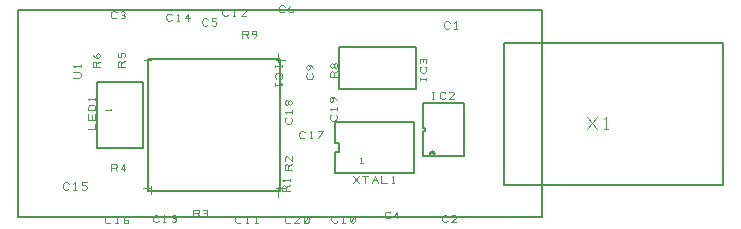
<source format=gbr>
%FSLAX23Y23*%
%MOIN*%
G04 EasyPC Gerber Version 17.0 Build 3379 *
%ADD27C,0.00100*%
%ADD25C,0.00197*%
%ADD24C,0.00400*%
%ADD22C,0.00500*%
%ADD26C,0.00800*%
X0Y0D02*
D02*
D22*
X361Y458D02*
Y678D01*
X512*
Y458*
X452*
Y458*
X422*
Y458*
X361*
X529Y757D02*
X970D01*
Y316*
X529*
Y757*
X1153Y544D02*
X1417D01*
Y375*
X1153*
Y445*
X1168*
Y475*
X1153*
Y544*
X1447Y609D02*
X1584D01*
Y432*
X1447*
Y516*
X1452*
Y526*
X1447*
Y609*
X1470Y440D02*
G75*
G03X1486I8D01*
G01*
G75*
G03X1470I-8*
G01*
G36*
G75*
G03X1486I8*
G01*
G75*
G03X1470I-8*
G01*
G37*
X1718Y337D02*
Y809D01*
X2447*
Y337*
X1718*
X1844Y228D02*
X98D01*
Y918*
X1844*
Y228*
D02*
D24*
X541Y324D02*
X512D01*
X541Y332D02*
Y304D01*
Y751D02*
X515D01*
X958Y324D02*
X988D01*
X958Y751D02*
X988D01*
X962Y328D02*
Y294D01*
Y745D02*
Y777D01*
X1994Y523D02*
X2025Y561D01*
X1994D02*
X2025Y523D01*
X2050D02*
X2063D01*
X2056D02*
Y561D01*
X2050Y555*
D02*
D25*
X265Y324D02*
X264Y322D01*
X260Y320*
X254*
X250Y322*
X248Y324*
X246Y328*
Y336*
X248Y340*
X250Y342*
X254Y344*
X260*
X264Y342*
X265Y340*
X281Y320D02*
X289D01*
X285D02*
Y344D01*
X281Y340*
X309Y322D02*
X313Y320D01*
X319*
X323Y322*
X325Y326*
Y328*
X323Y332*
X319Y334*
X309*
Y344*
X325*
X281Y692D02*
X299D01*
X303Y694*
X305Y698*
Y706*
X303Y710*
X299Y712*
X281*
X305Y728D02*
Y735D01*
Y731D02*
X281D01*
X285Y728*
X330Y521D02*
X354D01*
Y540*
Y552D02*
X330D01*
Y572*
X342Y568D02*
Y552D01*
X354D02*
Y572D01*
Y584D02*
X330D01*
Y596*
X332Y600*
X334Y602*
X338Y603*
X346*
X350Y602*
X352Y600*
X354Y596*
Y584*
Y619D02*
Y627D01*
Y623D02*
X330D01*
X334Y619*
X370Y728D02*
X346D01*
Y741*
X348Y745*
X352Y747*
X356Y745*
X358Y741*
Y728*
Y741D02*
X370Y747D01*
X364Y759D02*
X360Y761D01*
X358Y765*
Y769*
X360Y773*
X364Y775*
X368Y773*
X370Y769*
Y765*
X368Y761*
X364Y759*
X358*
X352Y761*
X348Y765*
X346Y769*
X405Y212D02*
X403Y210D01*
X399Y208*
X393*
X390Y210*
X388Y212*
X386Y216*
Y224*
X388Y228*
X390Y229*
X393Y231*
X399*
X403Y229*
X405Y228*
X421Y208D02*
X429D01*
X425D02*
Y231D01*
X421Y228*
X449Y214D02*
X451Y218D01*
X454Y220*
X458*
X462Y218*
X464Y214*
X462Y210*
X458Y208*
X454*
X451Y210*
X449Y214*
Y220*
X451Y226*
X454Y229*
X458Y231*
X425Y895D02*
X423Y893D01*
X419Y891*
X413*
X409Y893*
X407Y895*
X405Y899*
Y907*
X407Y911*
X409Y913*
X413Y915*
X419*
X423Y913*
X425Y911*
X439Y893D02*
X443Y891D01*
X447*
X451Y893*
X452Y897*
X451Y901*
X447Y903*
X443*
X447D02*
X451Y905D01*
X452Y909*
X451Y913*
X447Y915*
X443*
X439Y913*
X407Y381D02*
Y405D01*
X421*
X425Y403*
X427Y399*
X425Y395*
X421Y393*
X407*
X421D02*
X427Y381D01*
X449D02*
Y405D01*
X439Y389*
X454*
X452Y729D02*
X429D01*
Y743*
X431Y747*
X435Y749*
X439Y747*
X441Y743*
Y729*
Y743D02*
X452Y749D01*
X451Y761D02*
X452Y765D01*
Y771*
X451Y775*
X447Y777*
X445*
X441Y775*
X439Y771*
Y761*
X429*
Y777*
X565Y216D02*
X563Y214D01*
X559Y212*
X553*
X549Y214*
X547Y216*
X545Y220*
Y228*
X547Y231*
X549Y233*
X553Y235*
X559*
X563Y233*
X565Y231*
X580Y212D02*
X588D01*
X584D02*
Y235D01*
X580Y231*
X610Y214D02*
X614Y212D01*
X618*
X622Y214*
X624Y218*
X622Y222*
X618Y224*
X614*
X618D02*
X622Y226D01*
X624Y229*
X622Y233*
X618Y235*
X614*
X610Y233*
Y887D02*
X608Y885D01*
X604Y883*
X598*
X594Y885*
X592Y887*
X590Y891*
Y899*
X592Y903*
X594Y905*
X598Y907*
X604*
X608Y905*
X610Y903*
X626Y883D02*
X634D01*
X630D02*
Y907D01*
X626Y903*
X663Y883D02*
Y907D01*
X653Y891*
X669*
X681Y229D02*
Y253D01*
X695*
X699Y251*
X701Y247*
X699Y243*
X695Y241*
X681*
X695D02*
X701Y229D01*
X714Y231D02*
X718Y229D01*
X722*
X726Y231*
X728Y235*
X726Y239*
X722Y241*
X718*
X722D02*
X726Y243D01*
X728Y247*
X726Y251*
X722Y253*
X718*
X714Y251*
X730Y871D02*
X728Y869D01*
X724Y867*
X718*
X714Y869*
X712Y871*
X710Y875*
Y883*
X712Y887*
X714Y889*
X718Y891*
X724*
X728Y889*
X730Y887*
X742Y869D02*
X746Y867D01*
X752*
X756Y869*
X758Y873*
Y875*
X756Y879*
X752Y881*
X742*
Y891*
X758*
X797Y903D02*
X795Y901D01*
X791Y899*
X785*
X781Y901*
X779Y903*
X777Y907*
Y915*
X779Y918*
X781Y920*
X785Y922*
X791*
X795Y920*
X797Y918*
X813Y899D02*
X821D01*
X817D02*
Y922D01*
X813Y918*
X856Y899D02*
X840D01*
X854Y913*
X856Y916*
X854Y920*
X850Y922*
X844*
X840Y920*
Y212D02*
X838Y210D01*
X834Y208*
X828*
X825Y210*
X823Y212*
X821Y216*
Y224*
X823Y228*
X825Y229*
X828Y231*
X834*
X838Y229*
X840Y228*
X856Y208D02*
X864D01*
X860D02*
Y231D01*
X856Y228*
X888Y208D02*
X895D01*
X891D02*
Y231D01*
X888Y228*
X844Y826D02*
Y850D01*
X858*
X862Y848*
X864Y844*
X862Y840*
X858Y838*
X844*
X858D02*
X864Y826D01*
X882D02*
X886Y828D01*
X890Y832*
X891Y838*
Y844*
X890Y848*
X886Y850*
X882*
X878Y848*
X876Y844*
X878Y840*
X882Y838*
X886*
X890Y840*
X891Y844*
X954Y735D02*
Y728D01*
Y731D02*
X978D01*
Y735D02*
Y728D01*
X958Y690D02*
X956Y692D01*
X954Y696*
Y702*
X956Y706*
X958Y708*
X962Y710*
X970*
X974Y708*
X976Y706*
X978Y702*
Y696*
X976Y692*
X974Y690*
X954Y674D02*
Y666D01*
Y670D02*
X978D01*
X974Y674*
X986Y915D02*
X984Y913D01*
X980Y911*
X974*
X970Y913*
X968Y915*
X966Y918*
Y926*
X968Y930*
X970Y932*
X974Y934*
X980*
X984Y932*
X986Y930*
X998Y916D02*
X1000Y920D01*
X1004Y922*
X1008*
X1012Y920*
X1014Y916*
X1012Y913*
X1008Y911*
X1004*
X1000Y913*
X998Y916*
Y922*
X1000Y928*
X1004Y932*
X1008Y934*
X1006Y212D02*
X1004Y210D01*
X1000Y208*
X994*
X990Y210*
X988Y212*
X986Y216*
Y224*
X988Y228*
X990Y229*
X994Y231*
X1000*
X1004Y229*
X1006Y228*
X1033Y208D02*
X1017D01*
X1031Y222*
X1033Y226*
X1031Y229*
X1027Y231*
X1021*
X1017Y229*
X1051Y210D02*
X1055Y208D01*
X1059*
X1063Y210*
X1065Y214*
Y226*
X1063Y229*
X1059Y231*
X1055*
X1051Y229*
X1049Y226*
Y214*
X1051Y210*
X1063Y229*
X1002Y314D02*
X978D01*
Y328*
X980Y332*
X984Y334*
X988Y332*
X990Y328*
Y314*
Y328D02*
X1002Y334D01*
Y350D02*
Y357D01*
Y353D02*
X978D01*
X982Y350*
X1010Y385D02*
X986D01*
Y399*
X988Y403*
X992Y405*
X996Y403*
X998Y399*
Y385*
Y399D02*
X1010Y405D01*
Y432D02*
Y416D01*
X996Y430*
X992Y432*
X988Y430*
X986Y426*
Y420*
X988Y416*
X1006Y560D02*
X1008Y558D01*
X1010Y554*
Y548*
X1008Y544*
X1006Y542*
X1002Y540*
X994*
X990Y542*
X988Y544*
X986Y548*
Y554*
X988Y558*
X990Y560*
X1010Y576D02*
Y584D01*
Y580D02*
X986D01*
X990Y576*
X998Y609D02*
Y613D01*
X996Y617*
X992Y619*
X988Y617*
X986Y613*
Y609*
X988Y605*
X992Y603*
X996Y605*
X998Y609*
X1000Y605*
X1004Y603*
X1008Y605*
X1010Y609*
Y613*
X1008Y617*
X1004Y619*
X1000Y617*
X998Y613*
X1053Y495D02*
X1051Y493D01*
X1047Y491*
X1041*
X1037Y493*
X1035Y495*
X1033Y499*
Y507*
X1035Y511*
X1037Y513*
X1041Y515*
X1047*
X1051Y513*
X1053Y511*
X1069Y491D02*
X1077D01*
X1073D02*
Y515D01*
X1069Y511*
X1096Y491D02*
X1112Y515D01*
X1096*
X1077Y708D02*
X1078Y706D01*
X1080Y702*
Y696*
X1078Y692*
X1077Y690*
X1073Y688*
X1065*
X1061Y690*
X1059Y692*
X1057Y696*
Y702*
X1059Y706*
X1061Y708*
X1080Y726D02*
X1078Y729D01*
X1075Y733*
X1069Y735*
X1063*
X1059Y733*
X1057Y729*
Y726*
X1059Y722*
X1063Y720*
X1067Y722*
X1069Y726*
Y729*
X1067Y733*
X1063Y735*
X1161Y214D02*
X1159Y212D01*
X1155Y210*
X1149*
X1145Y212*
X1143Y214*
X1141Y218*
Y226*
X1143Y229*
X1145Y231*
X1149Y233*
X1155*
X1159Y231*
X1161Y229*
X1177Y210D02*
X1185D01*
X1181D02*
Y233D01*
X1177Y229*
X1206Y212D02*
X1210Y210D01*
X1214*
X1218Y212*
X1220Y216*
Y228*
X1218Y231*
X1214Y233*
X1210*
X1206Y231*
X1204Y228*
Y216*
X1206Y212*
X1218Y231*
X1155Y570D02*
X1157Y568D01*
X1159Y564*
Y558*
X1157Y554*
X1155Y552*
X1151Y550*
X1143*
X1140Y552*
X1138Y554*
X1136Y558*
Y564*
X1138Y568*
X1140Y570*
X1159Y586D02*
Y594D01*
Y590D02*
X1136D01*
X1140Y586*
X1159Y619D02*
X1157Y623D01*
X1153Y627*
X1147Y629*
X1141*
X1138Y627*
X1136Y623*
Y619*
X1138Y615*
X1141Y613*
X1145Y615*
X1147Y619*
Y623*
X1145Y627*
X1141Y629*
X1161Y694D02*
X1138D01*
Y708*
X1140Y712*
X1143Y714*
X1147Y712*
X1149Y708*
Y694*
Y708D02*
X1161Y714D01*
X1149Y731D02*
Y735D01*
X1147Y739*
X1143Y741*
X1140Y739*
X1138Y735*
Y731*
X1140Y728*
X1143Y726*
X1147Y728*
X1149Y731*
X1151Y728*
X1155Y726*
X1159Y728*
X1161Y731*
Y735*
X1159Y739*
X1155Y741*
X1151Y739*
X1149Y735*
X1212Y342D02*
X1232Y365D01*
X1212D02*
X1232Y342D01*
X1254D02*
Y365D01*
X1244D02*
X1264D01*
X1275Y342D02*
X1285Y365D01*
X1295Y342*
X1279Y352D02*
X1291D01*
X1307Y365D02*
Y342D01*
X1327*
X1342D02*
X1350D01*
X1346D02*
Y365D01*
X1342Y361*
X1338Y228D02*
X1336Y226D01*
X1332Y224*
X1327*
X1323Y226*
X1321Y228*
X1319Y231*
Y239*
X1321Y243*
X1323Y245*
X1327Y247*
X1332*
X1336Y245*
X1338Y243*
X1360Y224D02*
Y247D01*
X1350Y231*
X1366*
X1458Y684D02*
Y692D01*
Y688D02*
X1435D01*
Y684D02*
Y692D01*
X1454Y729D02*
X1456Y728D01*
X1458Y724*
Y718*
X1456Y714*
X1454Y712*
X1451Y710*
X1443*
X1439Y712*
X1437Y714*
X1435Y718*
Y724*
X1437Y728*
X1439Y729*
X1456Y743D02*
X1458Y747D01*
Y751*
X1456Y755*
X1452Y757*
X1449Y755*
X1447Y751*
Y747*
Y751D02*
X1445Y755D01*
X1441Y757*
X1437Y755*
X1435Y751*
Y747*
X1437Y743*
X1476Y623D02*
X1484D01*
X1480D02*
Y647D01*
X1476D02*
X1484D01*
X1521Y627D02*
X1519Y625D01*
X1515Y623*
X1510*
X1506Y625*
X1504Y627*
X1502Y631*
Y639*
X1504Y643*
X1506Y645*
X1510Y647*
X1515*
X1519Y645*
X1521Y643*
X1549Y623D02*
X1533D01*
X1547Y637*
X1549Y641*
X1547Y645*
X1543Y647*
X1537*
X1533Y645*
X1529Y216D02*
X1527Y214D01*
X1523Y212*
X1517*
X1514Y214*
X1512Y216*
X1510Y220*
Y228*
X1512Y231*
X1514Y233*
X1517Y235*
X1523*
X1527Y233*
X1529Y231*
X1557Y212D02*
X1541D01*
X1555Y226*
X1557Y229*
X1555Y233*
X1551Y235*
X1545*
X1541Y233*
X1535Y861D02*
X1533Y859D01*
X1529Y857*
X1523*
X1519Y859*
X1517Y861*
X1515Y865*
Y873*
X1517Y877*
X1519Y879*
X1523Y881*
X1529*
X1533Y879*
X1535Y877*
X1551Y857D02*
X1559D01*
X1555D02*
Y881D01*
X1551Y877*
D02*
D26*
X1166Y794D02*
X1424D01*
Y654*
X1166*
Y794*
D02*
D27*
X405Y584D02*
Y590D01*
Y587D02*
X387D01*
X390Y584*
X1238Y408D02*
X1245D01*
X1241D02*
Y427D01*
X1238Y424*
X0Y0D02*
M02*

</source>
